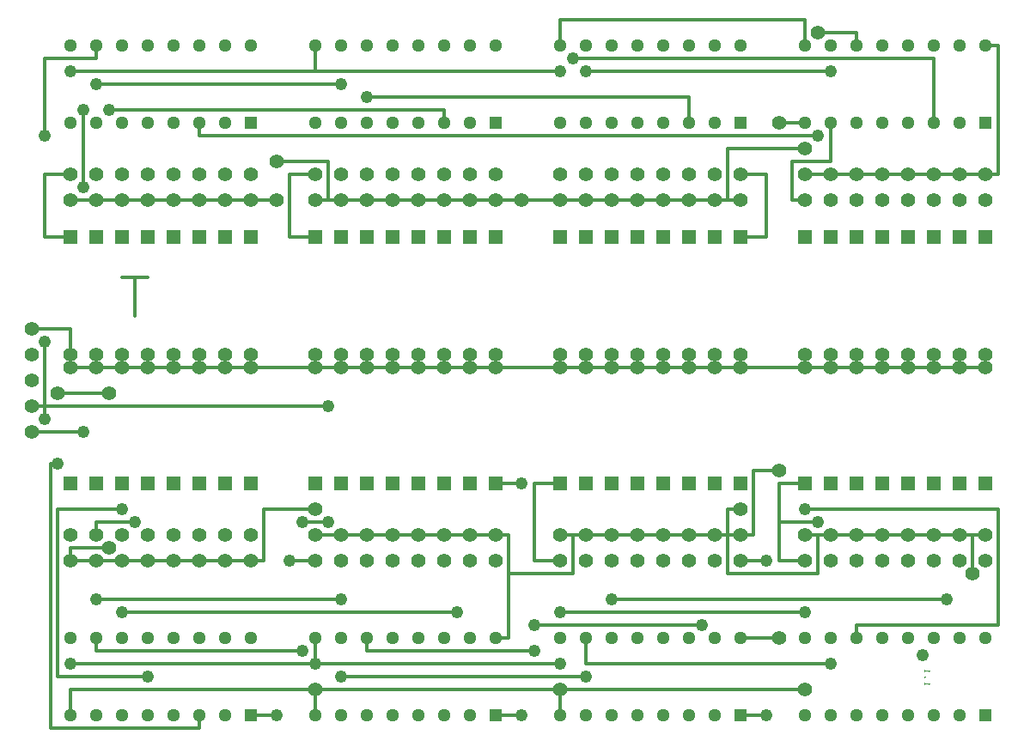
<source format=gbr>
%FSLAX23Y23*%
%MOIN*%
G04 EasyPC Gerber Version 18.0.6 Build 3620 *
%ADD11R,0.05100X0.05100*%
%ADD14R,0.05500X0.05500*%
%ADD10C,0.00100*%
%ADD15C,0.01181*%
%ADD17C,0.04800*%
%ADD12C,0.05100*%
%ADD13C,0.05500*%
%ADD16C,0.05600*%
X0Y0D02*
D02*
D10*
X3548Y279D02*
Y285D01*
Y282D02*
X3567D01*
X3564Y279*
X3548Y307D02*
X3550Y308D01*
X3551*
X3548Y329D02*
Y335D01*
Y332D02*
X3567D01*
X3564Y329*
D02*
D11*
X3784Y161D03*
Y2461D03*
X2834Y161D03*
Y2461D03*
X1884Y161D03*
Y2461D03*
X934Y161D03*
Y2461D03*
D02*
D12*
X3784Y461D03*
Y2761D03*
X3684Y161D03*
Y461D03*
Y2461D03*
Y2761D03*
X3584Y161D03*
Y461D03*
Y2461D03*
Y2761D03*
X3484Y161D03*
Y461D03*
Y2461D03*
Y2761D03*
X3384Y161D03*
Y461D03*
Y2461D03*
Y2761D03*
X3284Y161D03*
Y461D03*
Y2461D03*
Y2761D03*
X3184Y161D03*
Y461D03*
Y2461D03*
Y2761D03*
X3084Y161D03*
Y461D03*
Y2461D03*
Y2761D03*
X2834Y461D03*
Y2761D03*
X2734Y161D03*
Y461D03*
Y2461D03*
Y2761D03*
X2634Y161D03*
Y461D03*
Y2461D03*
Y2761D03*
X2534Y161D03*
Y461D03*
Y2461D03*
Y2761D03*
X2434Y161D03*
Y461D03*
Y2461D03*
Y2761D03*
X2334Y161D03*
Y461D03*
Y2461D03*
Y2761D03*
X2234Y161D03*
Y461D03*
Y2461D03*
Y2761D03*
X2134Y161D03*
Y461D03*
Y2461D03*
Y2761D03*
X1884Y461D03*
Y2761D03*
X1784Y161D03*
Y461D03*
Y2461D03*
Y2761D03*
X1684Y161D03*
Y461D03*
Y2461D03*
Y2761D03*
X1584Y161D03*
Y461D03*
Y2461D03*
Y2761D03*
X1484Y161D03*
Y461D03*
Y2461D03*
Y2761D03*
X1384Y161D03*
Y461D03*
Y2461D03*
Y2761D03*
X1284Y161D03*
Y461D03*
Y2461D03*
Y2761D03*
X1184Y161D03*
Y461D03*
Y2461D03*
Y2761D03*
X934Y461D03*
Y2761D03*
X834Y161D03*
Y461D03*
Y2461D03*
Y2761D03*
X734Y161D03*
Y461D03*
Y2461D03*
Y2761D03*
X634Y161D03*
Y461D03*
Y2461D03*
Y2761D03*
X534Y161D03*
Y461D03*
Y2461D03*
Y2761D03*
X434Y161D03*
Y461D03*
Y2461D03*
Y2761D03*
X334Y161D03*
Y461D03*
Y2461D03*
Y2761D03*
X234Y161D03*
Y461D03*
Y2461D03*
Y2761D03*
D02*
D13*
X3784Y761D03*
Y861D03*
Y1511D03*
Y1561D03*
Y2161D03*
Y2261D03*
X3684Y761D03*
Y861D03*
Y1511D03*
Y1561D03*
Y2161D03*
Y2261D03*
X3584Y761D03*
Y861D03*
Y1511D03*
Y1561D03*
Y2161D03*
Y2261D03*
X3484Y761D03*
Y861D03*
Y1511D03*
Y1561D03*
Y2161D03*
Y2261D03*
X3384Y761D03*
Y861D03*
Y1511D03*
Y1561D03*
Y2161D03*
Y2261D03*
X3284Y761D03*
Y861D03*
Y1511D03*
Y1561D03*
Y2161D03*
Y2261D03*
X3184Y761D03*
Y861D03*
Y1511D03*
Y1561D03*
Y2161D03*
Y2261D03*
X3084Y761D03*
Y861D03*
Y1511D03*
Y1561D03*
Y2161D03*
Y2261D03*
X2834Y761D03*
Y861D03*
Y1511D03*
Y1561D03*
Y2161D03*
Y2261D03*
X2734Y761D03*
Y861D03*
Y1511D03*
Y1561D03*
Y2161D03*
Y2261D03*
X2634Y761D03*
Y861D03*
Y1511D03*
Y1561D03*
Y2161D03*
Y2261D03*
X2534Y761D03*
Y861D03*
Y1511D03*
Y1561D03*
Y2161D03*
Y2261D03*
X2434Y761D03*
Y861D03*
Y1511D03*
Y1561D03*
Y2161D03*
Y2261D03*
X2334Y761D03*
Y861D03*
Y1511D03*
Y1561D03*
Y2161D03*
Y2261D03*
X2234Y761D03*
Y861D03*
Y1511D03*
Y1561D03*
Y2161D03*
Y2261D03*
X2134Y761D03*
Y861D03*
Y1511D03*
Y1561D03*
Y2161D03*
Y2261D03*
X1884Y761D03*
Y861D03*
Y1511D03*
Y1561D03*
Y2161D03*
Y2261D03*
X1784Y761D03*
Y861D03*
Y1511D03*
Y1561D03*
Y2161D03*
Y2261D03*
X1684Y761D03*
Y861D03*
Y1511D03*
Y1561D03*
Y2161D03*
Y2261D03*
X1584Y761D03*
Y861D03*
Y1511D03*
Y1561D03*
Y2161D03*
Y2261D03*
X1484Y761D03*
Y861D03*
Y1511D03*
Y1561D03*
Y2161D03*
Y2261D03*
X1384Y761D03*
Y861D03*
Y1511D03*
Y1561D03*
Y2161D03*
Y2261D03*
X1284Y761D03*
Y861D03*
Y1511D03*
Y1561D03*
Y2161D03*
Y2261D03*
X1184Y761D03*
Y861D03*
Y1511D03*
Y1561D03*
Y2161D03*
Y2261D03*
X934Y761D03*
Y861D03*
Y1511D03*
Y1561D03*
Y2161D03*
Y2261D03*
X834Y761D03*
Y861D03*
Y1511D03*
Y1561D03*
Y2161D03*
Y2261D03*
X734Y761D03*
Y861D03*
Y1511D03*
Y1561D03*
Y2161D03*
Y2261D03*
X634Y761D03*
Y861D03*
Y1511D03*
Y1561D03*
Y2161D03*
Y2261D03*
X534Y761D03*
Y861D03*
Y1511D03*
Y1561D03*
Y2161D03*
Y2261D03*
X434Y761D03*
Y861D03*
Y1511D03*
Y1561D03*
Y2161D03*
Y2261D03*
X334Y761D03*
Y861D03*
Y1511D03*
Y1561D03*
Y2161D03*
Y2261D03*
X234Y761D03*
Y861D03*
Y1511D03*
Y1561D03*
Y2161D03*
Y2261D03*
X84Y1261D03*
Y1361D03*
Y1461D03*
Y1561D03*
Y1661D03*
D02*
D14*
X3784Y1058D03*
Y2015D03*
X3684Y1058D03*
Y2015D03*
X3584Y1058D03*
Y2015D03*
X3484Y1058D03*
Y2015D03*
X3384Y1058D03*
Y2015D03*
X3284Y1058D03*
Y2015D03*
X3184Y1058D03*
Y2015D03*
X3084Y1058D03*
Y2015D03*
X2834Y1058D03*
Y2015D03*
X2734Y1058D03*
Y2015D03*
X2634Y1058D03*
Y2015D03*
X2534Y1058D03*
Y2015D03*
X2434Y1058D03*
Y2015D03*
X2334Y1058D03*
Y2015D03*
X2234Y1058D03*
Y2015D03*
X2134Y1058D03*
Y2015D03*
X1884Y1058D03*
Y2015D03*
X1784Y1058D03*
Y2015D03*
X1684Y1058D03*
Y2015D03*
X1584Y1058D03*
Y2015D03*
X1484Y1058D03*
Y2015D03*
X1384Y1058D03*
Y2015D03*
X1284Y1058D03*
Y2015D03*
X1184Y1058D03*
Y2015D03*
X934Y1058D03*
Y2015D03*
X834Y1058D03*
Y2015D03*
X734Y1058D03*
Y2015D03*
X634Y1058D03*
Y2015D03*
X534Y1058D03*
Y2015D03*
X434Y1058D03*
Y2015D03*
X334Y1058D03*
Y2015D03*
X234Y1058D03*
Y2015D03*
D02*
D15*
X3784Y1561D02*
Y2261*
X3834D01*
Y2761*
X3784*
Y2261D02*
X3684D01*
X3734Y861D02*
X3784D01*
X3734D02*
Y711D01*
Y861D02*
X3684D01*
X3584*
X3684Y1511D02*
X3784D01*
X3684Y2261D02*
X3584D01*
X3634Y611D02*
X2334D01*
X3584Y861D02*
X3484D01*
X3584Y1511D02*
X3684D01*
X3584Y2261D02*
X3484D01*
Y861D02*
X3384D01*
X3484Y1511D02*
X3384D01*
X3484D02*
X3584D01*
X3484Y2261D02*
X3384D01*
Y861D02*
X3284D01*
X3384Y2261D02*
X3284D01*
Y861D02*
X3184D01*
X3284Y1511D02*
X3384D01*
X3284Y2261D02*
X3184D01*
Y361D02*
X2234D01*
Y461*
X3184Y1511D02*
X3284D01*
X3184Y2261D02*
X3084D01*
X3184Y2661D02*
X2234D01*
X3134Y861D02*
X3084D01*
X3134D02*
Y711D01*
X2784*
Y961*
X2834*
X3134Y861D02*
X3184D01*
X3134Y2411D02*
X734D01*
Y2461*
X3134Y2811D02*
X3284D01*
Y2761*
X3084Y261D02*
X2134D01*
Y161*
X3084Y961D02*
X3834D01*
Y511*
X3284*
Y461*
X3084Y1511D02*
X3184D01*
X3084Y2161D02*
X3034D01*
Y2311*
X3184*
Y2461*
X2984Y461D02*
X2834D01*
X2984Y911D02*
Y761D01*
X3084*
X2984Y911D02*
Y1058D01*
X3084*
X2984Y911D02*
X3134D01*
X2984Y1111D02*
X2884D01*
Y861*
X2834*
X2984Y2461D02*
X3084D01*
X2934Y161D02*
X2834D01*
X2934Y761D02*
X2834D01*
Y861D02*
X2734D01*
X2834Y1511D02*
X3084D01*
X2834Y2015D02*
X2934D01*
Y2261*
X2834*
X2784Y2161D02*
X2834D01*
X2784D02*
Y2361D01*
X3084*
X2784Y2161D02*
X2734D01*
Y861D02*
X2634D01*
X2734Y1511D02*
X2834D01*
X2734Y2161D02*
X2634D01*
X2684Y511D02*
X2034D01*
X2634Y861D02*
X2534D01*
X2634Y1511D02*
X2734D01*
X2634Y2161D02*
X2534D01*
Y861D02*
X2434D01*
X2534Y1511D02*
X2434D01*
X2534D02*
X2634D01*
X2534Y2161D02*
X2434D01*
Y861D02*
X2334D01*
X2434Y2161D02*
X2334D01*
Y861D02*
X2234D01*
X2334Y1511D02*
X2434D01*
X2334Y2161D02*
X2234D01*
Y1511D02*
X2334D01*
X2234Y2161D02*
X2134D01*
X2184Y861D02*
X2134D01*
X2184D02*
X2234D01*
X2184Y2711D02*
X3584D01*
Y2461*
X2134Y261D02*
X1184D01*
Y161*
X2134Y561D02*
X3084D01*
X2134Y1058D02*
X2034D01*
Y761*
X2134*
Y1511D02*
X2234D01*
X2134Y2761D02*
Y2861D01*
X3084*
Y2761*
X2034Y411D02*
X1384D01*
Y461*
X1984Y161D02*
X1884D01*
X1984Y1061D02*
X1884D01*
Y1058*
X1984Y2161D02*
X1884D01*
X1984D02*
X2134D01*
X1934Y711D02*
X2184D01*
Y861*
X1934Y711D02*
Y461D01*
X1884*
Y861D02*
X1934D01*
Y711*
X1884Y861D02*
X1784D01*
X1884Y1511D02*
X2134D01*
X1884Y2161D02*
X1784D01*
Y861D02*
X1684D01*
X1784Y1511D02*
X1884D01*
X1784Y2161D02*
X1684D01*
Y861D02*
X1584D01*
X1684Y1511D02*
X1784D01*
X1684Y2161D02*
X1584D01*
Y861D02*
X1484D01*
X1584Y1511D02*
X1484D01*
X1584D02*
X1684D01*
X1584Y2161D02*
X1484D01*
Y861D02*
X1384D01*
X1484Y2161D02*
X1384D01*
Y861D02*
X1284D01*
X1384Y1511D02*
X1484D01*
X1384Y2161D02*
X1284D01*
X1384Y2561D02*
X2634D01*
Y2461*
X1284Y311D02*
X2234D01*
X1284Y611D02*
X334D01*
X1284Y861D02*
X1184D01*
X1284Y1511D02*
X1384D01*
X1234Y1361D02*
X84D01*
X1234Y2161D02*
X1184D01*
X1234D02*
Y2311D01*
X1034*
X1234Y2161D02*
X1284D01*
X1184Y261D02*
X234D01*
Y161*
X1184Y361D02*
X2134D01*
X1184Y961D02*
X984D01*
Y761*
X934*
X1184Y1511D02*
X1284D01*
X1184Y2015D02*
X1084D01*
Y2261*
X1184*
Y2661D02*
Y2761D01*
Y2661D02*
X2134D01*
X1184D02*
X234D01*
X1134Y411D02*
X334D01*
Y461*
X1134Y911D02*
X1234D01*
X1084Y761D02*
X1184D01*
X1034Y161D02*
X934D01*
X1034Y2161D02*
X934D01*
Y761D02*
X834D01*
X934Y1511D02*
X1184D01*
X934Y2161D02*
X834D01*
Y761D02*
X734D01*
X834Y1511D02*
X934D01*
X834Y2161D02*
X734D01*
Y761D02*
X634D01*
X734Y1511D02*
X834D01*
X734Y2161D02*
X634D01*
Y761D02*
X534D01*
X634Y1511D02*
X534D01*
X634D02*
X734D01*
X634Y2161D02*
X534D01*
Y311D02*
X184D01*
Y961*
X434*
X534Y761D02*
X434D01*
X534Y2161D02*
X434D01*
X484Y911D02*
X334D01*
Y861*
X484Y1711D02*
Y1860D01*
X534*
X434Y561D02*
X1734D01*
X434Y761D02*
X334D01*
X434Y1511D02*
X534D01*
X434Y1861D02*
X440Y1860D01*
X484*
X434Y2161D02*
X334D01*
X384Y811D02*
X234D01*
Y761*
X384Y1411D02*
X184D01*
X384Y2511D02*
X1684D01*
Y2461*
X334Y761D02*
X234D01*
X334Y1511D02*
X234D01*
X334D02*
X434D01*
X334Y2161D02*
X234D01*
X334Y2611D02*
X1284D01*
X284Y1261D02*
X84D01*
X284Y2511D02*
Y2211D01*
X234Y361D02*
X1184D01*
Y461*
X234Y1561D02*
Y1661D01*
X84*
X234Y2015D02*
X134D01*
Y2261*
X234*
X184Y1136D02*
X159D01*
Y111*
X734*
Y161*
X134Y1311D02*
Y1611D01*
Y2411D02*
Y2711D01*
X334*
Y2761*
D02*
D16*
X3734Y711D03*
X3134Y2811D03*
X3084Y261D03*
Y2361D03*
X2984Y461D03*
Y1111D03*
Y2461D03*
X2834Y961D03*
X2134Y261D03*
X1984Y2161D03*
X1184Y261D03*
Y961D03*
X1034Y2161D03*
Y2311D03*
X384Y811D03*
Y1411D03*
X184D03*
D02*
D17*
X3634Y611D03*
X3543Y394D03*
X3184Y361D03*
Y2661D03*
X3134Y911D03*
Y2411D03*
X3084Y561D03*
Y961D03*
X2934Y161D03*
Y761D03*
X2684Y511D03*
X2334Y611D03*
X2234Y311D03*
Y2661D03*
X2184Y2711D03*
X2134Y361D03*
Y561D03*
Y2661D03*
X2034Y411D03*
Y511D03*
X1984Y161D03*
Y1061D03*
X1734Y561D03*
X1384Y2561D03*
X1284Y311D03*
Y611D03*
Y2611D03*
X1234Y911D03*
Y1361D03*
X1184Y361D03*
X1134Y411D03*
Y911D03*
X1084Y761D03*
X1034Y161D03*
X534Y311D03*
X484Y911D03*
X434Y561D03*
Y961D03*
X384Y2511D03*
X334Y611D03*
Y2611D03*
X284Y1261D03*
Y2211D03*
Y2511D03*
X234Y361D03*
Y2661D03*
X184Y1136D03*
X134Y1311D03*
Y1611D03*
Y2411D03*
X0Y0D02*
M02*

</source>
